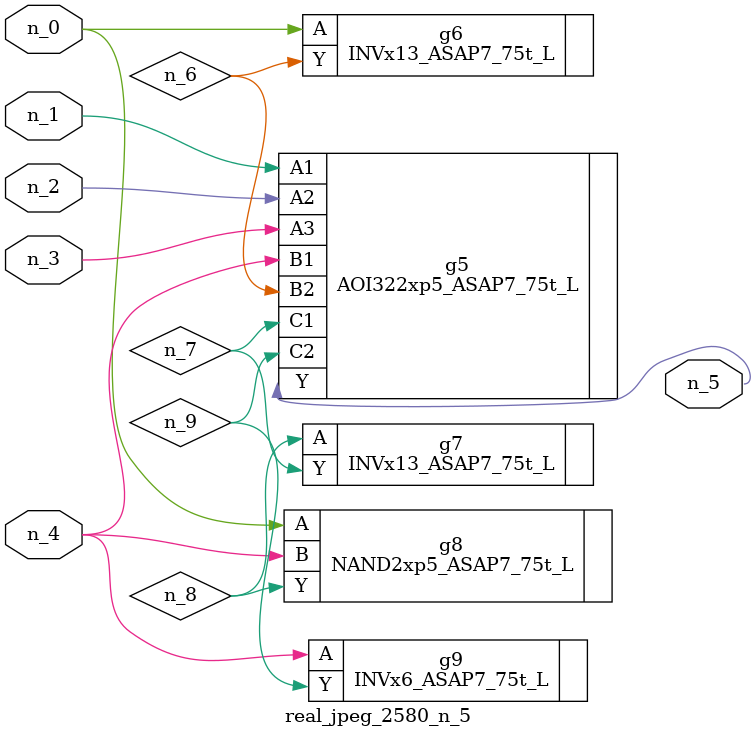
<source format=v>
module real_jpeg_2580_n_5 (n_4, n_0, n_1, n_2, n_3, n_5);

input n_4;
input n_0;
input n_1;
input n_2;
input n_3;

output n_5;

wire n_8;
wire n_6;
wire n_7;
wire n_9;

INVx13_ASAP7_75t_L g6 ( 
.A(n_0),
.Y(n_6)
);

NAND2xp5_ASAP7_75t_L g8 ( 
.A(n_0),
.B(n_4),
.Y(n_8)
);

AOI322xp5_ASAP7_75t_L g5 ( 
.A1(n_1),
.A2(n_2),
.A3(n_3),
.B1(n_4),
.B2(n_6),
.C1(n_7),
.C2(n_9),
.Y(n_5)
);

INVx6_ASAP7_75t_L g9 ( 
.A(n_4),
.Y(n_9)
);

INVx13_ASAP7_75t_L g7 ( 
.A(n_8),
.Y(n_7)
);


endmodule
</source>
